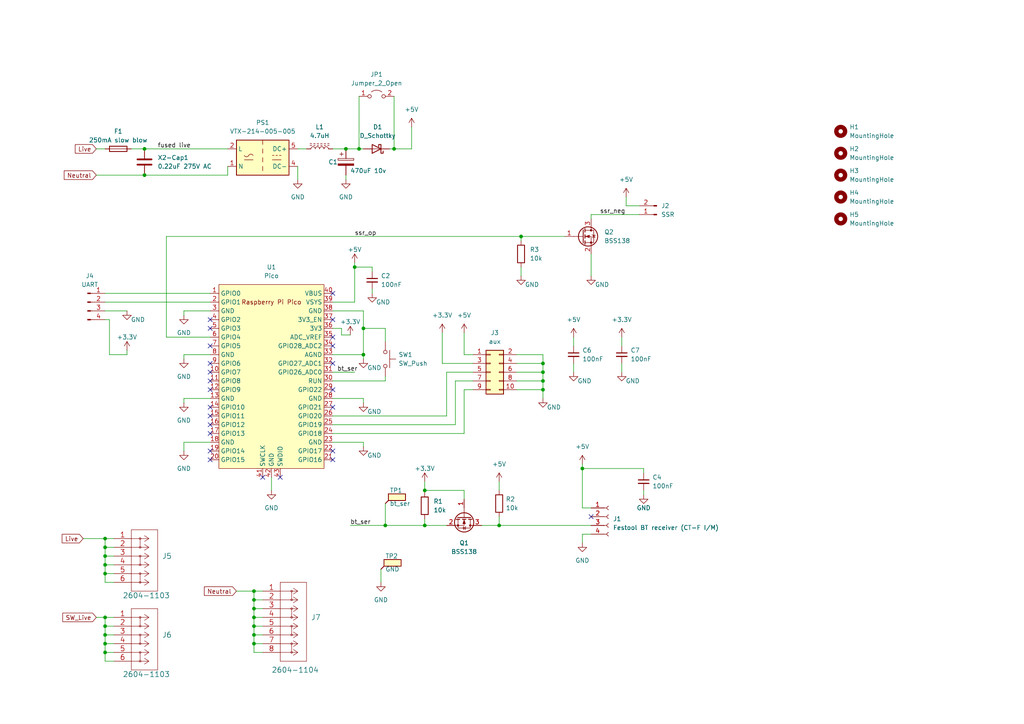
<source format=kicad_sch>
(kicad_sch (version 20230121) (generator eeschema)
  (paper "A4")
  (title_block (title "Bluetooth Vacuum Control"))
  (lib_symbols
    (symbol "2604-1103_1" (pin_names (offset 0.254) hide)
      (property "Reference" "J" (at -1.27 11.43 0))
      (property "Value" "2604-1103_1" (at 0 0 0))
      (symbol "2604-1103_1_1_1"
        (pin passive line (at -10.16 5.08 0) (length 5.08) (name "1") (number "1"))
        (pin passive line (at -10.16 2.54 0) (length 5.08) (name "2") (number "2"))
        (pin passive line (at -10.16 0 0) (length 5.08) (name "3") (number "3"))
        (pin passive line (at -10.16 -2.54 0) (length 5.08) (name "4") (number "4"))
        (pin passive line (at -10.16 -5.08 0) (length 5.08) (name "5") (number "5"))
        (pin passive line (at -10.16 -7.62 0) (length 5.08) (name "6") (number "6"))
      )
    )
    (symbol "2604-1104_1" (pin_names (offset 0.254) hide)
      (property "Reference" "J" (at -1.27 16.51 0))
      (property "Value" "2604-1104_1" (at 0 0 0))
      (symbol "2604-1104_1_1_1"
        (pin passive line (at -10.16 10.16 0) (length 5.08) (name "1") (number "1"))
        (pin passive line (at -10.16 7.62 0) (length 5.08) (name "2") (number "2"))
        (pin passive line (at -10.16 5.08 0) (length 5.08) (name "3") (number "3"))
        (pin passive line (at -10.16 2.54 0) (length 5.08) (name "4") (number "4"))
        (pin passive line (at -10.16 0 0) (length 5.08) (name "5") (number "5"))
        (pin passive line (at -10.16 -2.54 0) (length 5.08) (name "6") (number "6"))
        (pin passive line (at -10.16 -5.08 0) (length 5.08) (name "7") (number "7"))
        (pin passive line (at -10.16 -7.62 0) (length 5.08) (name "8") (number "8"))
      )
    )
    (symbol "Connector:Conn_01x02_Male" (pin_names (offset 1.016) hide)
      (property "Reference" "J" (at 0 2.54 0))
      (property "Value" "Conn_01x02_Male" (at 0 -5.08 0))
      (symbol "Conn_01x02_Male_1_1"
        (pin passive line (at 5.08 0 180) (length 3.81) (name "Pin_1") (number "1"))
        (pin passive line (at 5.08 -2.54 180) (length 3.81) (name "Pin_2") (number "2"))
      )
    )
    (symbol "Connector:Conn_01x04_Female" (pin_names (offset 1.016) hide)
      (property "Reference" "J" (at 0 5.08 0))
      (property "Value" "Conn_01x04_Female" (at 0 -7.62 0))
      (symbol "Conn_01x04_Female_1_1"
        (pin passive line (at -5.08 2.54 0) (length 3.81) (name "Pin_1") (number "1"))
        (pin passive line (at -5.08 0 0) (length 3.81) (name "Pin_2") (number "2"))
        (pin passive line (at -5.08 -2.54 0) (length 3.81) (name "Pin_3") (number "3"))
        (pin passive line (at -5.08 -5.08 0) (length 3.81) (name "Pin_4") (number "4"))
      )
    )
    (symbol "Connector:Conn_01x04_Male" (pin_names (offset 1.016) hide)
      (property "Reference" "J" (at 0 5.08 0))
      (property "Value" "Conn_01x04_Male" (at 0 -7.62 0))
      (symbol "Conn_01x04_Male_1_1"
        (pin passive line (at 5.08 2.54 180) (length 3.81) (name "Pin_1") (number "1"))
        (pin passive line (at 5.08 0 180) (length 3.81) (name "Pin_2") (number "2"))
        (pin passive line (at 5.08 -2.54 180) (length 3.81) (name "Pin_3") (number "3"))
        (pin passive line (at 5.08 -5.08 180) (length 3.81) (name "Pin_4") (number "4"))
      )
    )
    (symbol "Connector:TestPoint_Flag" (pin_numbers hide) (pin_names (offset 0.762) hide)
      (property "Reference" "TP" (at 3.429 1.778 0))
      (property "Value" "TestPoint_Flag" (at 3.302 4.191 0))
      (symbol "TestPoint_Flag_1_1"
        (pin passive line (at 0 0 90) (length 0) (name "1") (number "1"))
      )
    )
    (symbol "Connector_Generic:Conn_02x05_Odd_Even" (pin_names (offset 1.016) hide)
      (property "Reference" "J" (at 1.27 7.62 0))
      (property "Value" "Conn_02x05_Odd_Even" (at 1.27 -7.62 0))
      (symbol "Conn_02x05_Odd_Even_1_1"
        (pin passive line (at -5.08 5.08 0) (length 3.81) (name "Pin_1") (number "1"))
        (pin passive line (at 7.62 -5.08 180) (length 3.81) (name "Pin_10") (number "10"))
        (pin passive line (at 7.62 5.08 180) (length 3.81) (name "Pin_2") (number "2"))
        (pin passive line (at -5.08 2.54 0) (length 3.81) (name "Pin_3") (number "3"))
        (pin passive line (at 7.62 2.54 180) (length 3.81) (name "Pin_4") (number "4"))
        (pin passive line (at -5.08 0 0) (length 3.81) (name "Pin_5") (number "5"))
        (pin passive line (at 7.62 0 180) (length 3.81) (name "Pin_6") (number "6"))
        (pin passive line (at -5.08 -2.54 0) (length 3.81) (name "Pin_7") (number "7"))
        (pin passive line (at 7.62 -2.54 180) (length 3.81) (name "Pin_8") (number "8"))
        (pin passive line (at -5.08 -5.08 0) (length 3.81) (name "Pin_9") (number "9"))
      )
    )
    (symbol "Device:C" (pin_numbers hide) (pin_names (offset 0.254))
      (property "Reference" "C" (at 0.635 2.54 0))
      (property "Value" "C" (at 0.635 -2.54 0))
      (symbol "C_1_1"
        (pin passive line (at 0 3.81 270) (length 2.794) (name "~") (number "1"))
        (pin passive line (at 0 -3.81 90) (length 2.794) (name "~") (number "2"))
      )
    )
    (symbol "Device:C_Polarized" (pin_numbers hide) (pin_names (offset 0.254))
      (property "Reference" "C" (at 0.635 2.54 0))
      (property "Value" "C_Polarized" (at 0.635 -2.54 0))
      (symbol "C_Polarized_1_1"
        (pin passive line (at 0 3.81 270) (length 2.794) (name "~") (number "1"))
        (pin passive line (at 0 -3.81 90) (length 2.794) (name "~") (number "2"))
      )
    )
    (symbol "Device:C_Small" (pin_numbers hide) (pin_names (offset 0.254) hide)
      (property "Reference" "C" (at 0.254 1.778 0))
      (property "Value" "C_Small" (at 0.254 -2.032 0))
      (symbol "C_Small_1_1"
        (pin passive line (at 0 2.54 270) (length 2.032) (name "~") (number "1"))
        (pin passive line (at 0 -2.54 90) (length 2.032) (name "~") (number "2"))
      )
    )
    (symbol "Device:D_Schottky" (pin_numbers hide) (pin_names (offset 1.016) hide)
      (property "Reference" "D" (at 0 2.54 0))
      (property "Value" "D_Schottky" (at 0 -2.54 0))
      (symbol "D_Schottky_1_1"
        (pin passive line (at -3.81 0 0) (length 2.54) (name "K") (number "1"))
        (pin passive line (at 3.81 0 180) (length 2.54) (name "A") (number "2"))
      )
    )
    (symbol "Device:Fuse" (pin_numbers hide) (pin_names (offset 0))
      (property "Reference" "F" (at 2.032 0 90))
      (property "Value" "Fuse" (at -1.905 0 90))
      (symbol "Fuse_1_1"
        (pin passive line (at 0 3.81 270) (length 1.27) (name "~") (number "1"))
        (pin passive line (at 0 -3.81 90) (length 1.27) (name "~") (number "2"))
      )
    )
    (symbol "Device:L_Ferrite" (pin_numbers hide) (pin_names (offset 1.016) hide)
      (property "Reference" "L" (at -1.27 0 90))
      (property "Value" "L_Ferrite" (at 2.794 0 90))
      (symbol "L_Ferrite_1_1"
        (pin passive line (at 0 3.81 270) (length 1.27) (name "1") (number "1"))
        (pin passive line (at 0 -3.81 90) (length 1.27) (name "2") (number "2"))
      )
    )
    (symbol "Device:R" (pin_numbers hide) (pin_names (offset 0))
      (property "Reference" "R" (at 2.032 0 90))
      (property "Value" "R" (at 0 0 90))
      (symbol "R_1_1"
        (pin passive line (at 0 3.81 270) (length 1.27) (name "~") (number "1"))
        (pin passive line (at 0 -3.81 90) (length 1.27) (name "~") (number "2"))
      )
    )
    (symbol "Jumper:Jumper_2_Open" (pin_names (offset 0) hide)
      (property "Reference" "JP" (at 0 2.794 0))
      (property "Value" "Jumper_2_Open" (at 0 -2.286 0))
      (symbol "Jumper_2_Open_1_1"
        (pin passive line (at -5.08 0 0) (length 2.54) (name "A") (number "1"))
        (pin passive line (at 5.08 0 180) (length 2.54) (name "B") (number "2"))
      )
    )
    (symbol "MCU_RaspberryPi_and_Boards:Pico"
      (property "Reference" "U" (at -13.97 27.94 0))
      (property "Value" "Pico" (at 0 19.05 0))
      (symbol "Pico_0_0"
        (text "Raspberry Pi Pico" (at 0 21.59 0) (effects (font (size 1.27 1.27))))
      )
      (symbol "Pico_1_1"
        (pin bidirectional line (at -17.78 24.13 0) (length 2.54) (name "GPIO0") (number "1"))
        (pin bidirectional line (at -17.78 1.27 0) (length 2.54) (name "GPIO7") (number "10"))
        (pin bidirectional line (at -17.78 -1.27 0) (length 2.54) (name "GPIO8") (number "11"))
        (pin bidirectional line (at -17.78 -3.81 0) (length 2.54) (name "GPIO9") (number "12"))
        (pin power_in line (at -17.78 -6.35 0) (length 2.54) (name "GND") (number "13"))
        (pin bidirectional line (at -17.78 -8.89 0) (length 2.54) (name "GPIO10") (number "14"))
        (pin bidirectional line (at -17.78 -11.43 0) (length 2.54) (name "GPIO11") (number "15"))
        (pin bidirectional line (at -17.78 -13.97 0) (length 2.54) (name "GPIO12") (number "16"))
        (pin bidirectional line (at -17.78 -16.51 0) (length 2.54) (name "GPIO13") (number "17"))
        (pin power_in line (at -17.78 -19.05 0) (length 2.54) (name "GND") (number "18"))
        (pin bidirectional line (at -17.78 -21.59 0) (length 2.54) (name "GPIO14") (number "19"))
        (pin bidirectional line (at -17.78 21.59 0) (length 2.54) (name "GPIO1") (number "2"))
        (pin bidirectional line (at -17.78 -24.13 0) (length 2.54) (name "GPIO15") (number "20"))
        (pin bidirectional line (at 17.78 -24.13 180) (length 2.54) (name "GPIO16") (number "21"))
        (pin bidirectional line (at 17.78 -21.59 180) (length 2.54) (name "GPIO17") (number "22"))
        (pin power_in line (at 17.78 -19.05 180) (length 2.54) (name "GND") (number "23"))
        (pin bidirectional line (at 17.78 -16.51 180) (length 2.54) (name "GPIO18") (number "24"))
        (pin bidirectional line (at 17.78 -13.97 180) (length 2.54) (name "GPIO19") (number "25"))
        (pin bidirectional line (at 17.78 -11.43 180) (length 2.54) (name "GPIO20") (number "26"))
        (pin bidirectional line (at 17.78 -8.89 180) (length 2.54) (name "GPIO21") (number "27"))
        (pin power_in line (at 17.78 -6.35 180) (length 2.54) (name "GND") (number "28"))
        (pin bidirectional line (at 17.78 -3.81 180) (length 2.54) (name "GPIO22") (number "29"))
        (pin power_in line (at -17.78 19.05 0) (length 2.54) (name "GND") (number "3"))
        (pin input line (at 17.78 -1.27 180) (length 2.54) (name "RUN") (number "30"))
        (pin bidirectional line (at 17.78 1.27 180) (length 2.54) (name "GPIO26_ADC0") (number "31"))
        (pin bidirectional line (at 17.78 3.81 180) (length 2.54) (name "GPIO27_ADC1") (number "32"))
        (pin power_in line (at 17.78 6.35 180) (length 2.54) (name "AGND") (number "33"))
        (pin bidirectional line (at 17.78 8.89 180) (length 2.54) (name "GPIO28_ADC2") (number "34"))
        (pin power_in line (at 17.78 11.43 180) (length 2.54) (name "ADC_VREF") (number "35"))
        (pin power_in line (at 17.78 13.97 180) (length 2.54) (name "3V3") (number "36"))
        (pin input line (at 17.78 16.51 180) (length 2.54) (name "3V3_EN") (number "37"))
        (pin bidirectional line (at 17.78 19.05 180) (length 2.54) (name "GND") (number "38"))
        (pin power_in line (at 17.78 21.59 180) (length 2.54) (name "VSYS") (number "39"))
        (pin bidirectional line (at -17.78 16.51 0) (length 2.54) (name "GPIO2") (number "4"))
        (pin power_in line (at 17.78 24.13 180) (length 2.54) (name "VBUS") (number "40"))
        (pin input line (at -2.54 -29.21 90) (length 2.54) (name "SWCLK") (number "41"))
        (pin power_in line (at 0 -29.21 90) (length 2.54) (name "GND") (number "42"))
        (pin bidirectional line (at 2.54 -29.21 90) (length 2.54) (name "SWDIO") (number "43"))
        (pin bidirectional line (at -17.78 13.97 0) (length 2.54) (name "GPIO3") (number "5"))
        (pin bidirectional line (at -17.78 11.43 0) (length 2.54) (name "GPIO4") (number "6"))
        (pin bidirectional line (at -17.78 8.89 0) (length 2.54) (name "GPIO5") (number "7"))
        (pin power_in line (at -17.78 6.35 0) (length 2.54) (name "GND") (number "8"))
        (pin bidirectional line (at -17.78 3.81 0) (length 2.54) (name "GPIO6") (number "9"))
      )
    )
    (symbol "Mechanical:MountingHole" (pin_names (offset 1.016))
      (property "Reference" "H" (at 0 5.08 0))
      (property "Value" "MountingHole" (at 0 3.175 0))
    )
    (symbol "Switch:SW_Push" (pin_numbers hide) (pin_names (offset 1.016) hide)
      (property "Reference" "SW" (at 1.27 2.54 0))
      (property "Value" "SW_Push" (at 0 -1.524 0))
      (symbol "SW_Push_0_1"
        (pin passive line (at -5.08 0 0) (length 2.54) (name "1") (number "1"))
        (pin passive line (at 5.08 0 180) (length 2.54) (name "2") (number "2"))
      )
    )
    (symbol "Transistor_FET:BSS138" (pin_names hide)
      (property "Reference" "Q" (at 5.08 1.905 0))
      (property "Value" "BSS138" (at 5.08 0 0))
      (symbol "BSS138_1_1"
        (pin input line (at -5.08 0 0) (length 2.54) (name "G") (number "1"))
        (pin passive line (at 2.54 -5.08 90) (length 2.54) (name "S") (number "2"))
        (pin passive line (at 2.54 5.08 270) (length 2.54) (name "D") (number "3"))
      )
    )
    (symbol "VTX-214-005-005:VTX-214-005-005"
      (property "Reference" "PS" (at 0 8.89 0))
      (property "Value" "VTX-214-005-005" (at 0 6.35 0))
      (symbol "VTX-214-005-005_1_1"
        (pin power_in line (at -10.16 -2.54 0) (length 2.54) (name "N") (number "1"))
        (pin power_in line (at -10.16 2.54 0) (length 2.54) (name "L") (number "2"))
        (pin no_connect line (at 10.16 -5.08 180) (length 2.54) hide (name "") (number "3"))
        (pin power_out line (at 10.16 -2.54 180) (length 2.54) (name "DC-") (number "4"))
        (pin power_out line (at 10.16 2.54 180) (length 2.54) (name "DC+") (number "5"))
      )
    )
    (symbol "power:+3.3V" (power) (pin_names (offset 0))
      (property "Value" "+3.3V" (at 0 3.556 0))
      (symbol "+3.3V_1_1"
        (pin power_in line (at 0 0 90) (length 0) hide (name "+3.3V") (number "1"))
      )
    )
    (symbol "power:+5V" (power) (pin_names (offset 0))
      (property "Value" "+5V" (at 0 3.556 0))
      (symbol "+5V_1_1"
        (pin power_in line (at 0 0 90) (length 0) hide (name "+5V") (number "1"))
      )
    )
    (symbol "power:GND" (power) (pin_names (offset 0))
      (property "Value" "GND" (at 0 -3.81 0))
      (symbol "GND_1_1"
        (pin power_in line (at 0 0 270) (length 0) hide (name "GND") (number "1"))
      )
    )
    (symbol "wago-2604-11xx:2604-1103" (pin_names (offset 0.254) hide)
      (property "Reference" "J" (at -1.27 11.43 0))
      (property "Value" "2604-1103" (at 0 0 0))
      (symbol "2604-1103_1_1"
        (pin passive line (at -10.16 5.08 0) (length 5.08) (name "1") (number "1"))
        (pin passive line (at -10.16 2.54 0) (length 5.08) (name "2") (number "2"))
        (pin passive line (at -10.16 0 0) (length 5.08) (name "3") (number "3"))
        (pin passive line (at -10.16 -2.54 0) (length 5.08) (name "4") (number "4"))
        (pin passive line (at -10.16 -5.08 0) (length 5.08) (name "5") (number "5"))
        (pin passive line (at -10.16 -7.62 0) (length 5.08) (name "6") (number "6"))
      )
    )
  )
  (junction (at 73.66 181.61))
  (junction (at 104.14 43.18))
  (junction (at 73.66 173.99))
  (junction (at 102.87 77.47))
  (junction (at 73.66 176.53))
  (junction (at 41.91 50.8))
  (junction (at 30.48 163.83))
  (junction (at 30.48 166.37))
  (junction (at 105.41 95.25))
  (junction (at 151.13 68.58))
  (junction (at 105.41 102.87))
  (junction (at 30.48 186.69))
  (junction (at 144.78 152.4))
  (junction (at 73.66 171.45))
  (junction (at 123.19 142.24))
  (junction (at 157.48 113.03))
  (junction (at 30.48 161.29))
  (junction (at 168.91 135.89))
  (junction (at 157.48 107.95))
  (junction (at 30.48 158.75))
  (junction (at 111.76 152.4))
  (junction (at 30.48 184.15))
  (junction (at 73.66 184.15))
  (junction (at 41.91 43.18))
  (junction (at 114.3 43.18))
  (junction (at 30.48 179.07))
  (junction (at 73.66 179.07))
  (junction (at 30.48 189.23))
  (junction (at 30.48 156.21))
  (junction (at 123.19 152.4))
  (junction (at 30.48 181.61))
  (junction (at 73.66 186.69))
  (junction (at 157.48 110.49))
  (junction (at 100.33 43.18))
  (junction (at 157.48 105.41))
  (no_connect (at 60.96 95.25))
  (no_connect (at 76.2 138.43))
  (no_connect (at 60.96 105.41))
  (no_connect (at 96.52 105.41))
  (no_connect (at 96.52 100.33))
  (no_connect (at 96.52 85.09))
  (no_connect (at 81.28 138.43))
  (no_connect (at 60.96 92.71))
  (no_connect (at 60.96 100.33))
  (no_connect (at 60.96 133.35))
  (no_connect (at 60.96 130.81))
  (no_connect (at 60.96 110.49))
  (no_connect (at 60.96 125.73))
  (no_connect (at 96.52 92.71))
  (no_connect (at 60.96 113.03))
  (no_connect (at 60.96 118.11))
  (no_connect (at 96.52 133.35))
  (no_connect (at 60.96 123.19))
  (no_connect (at 60.96 120.65))
  (no_connect (at 171.45 149.86))
  (no_connect (at 96.52 113.03))
  (no_connect (at 96.52 118.11))
  (no_connect (at 96.52 130.81))
  (no_connect (at 96.52 97.79))
  (no_connect (at 60.96 107.95))
  (wire (pts (xy 139.7 152.4) (xy 144.78 152.4)))
  (wire (pts (xy 134.62 102.87) (xy 137.16 102.87)))
  (wire (pts (xy 186.69 142.24) (xy 186.69 143.51)))
  (wire (pts (xy 102.87 77.47) (xy 107.95 77.47)))
  (wire (pts (xy 27.94 179.07) (xy 30.48 179.07)))
  (wire (pts (xy 73.66 171.45) (xy 73.66 173.99)))
  (wire (pts (xy 100.33 52.07) (xy 100.33 50.8)))
  (wire (pts (xy 60.96 102.87) (xy 53.34 102.87)))
  (wire (pts (xy 73.66 181.61) (xy 73.66 184.15)))
  (wire (pts (xy 105.41 129.54) (xy 105.41 128.27)))
  (wire (pts (xy 30.48 189.23) (xy 30.48 191.77)))
  (wire (pts (xy 107.95 77.47) (xy 107.95 78.74)))
  (wire (pts (xy 73.66 184.15) (xy 76.2 184.15)))
  (wire (pts (xy 30.48 85.09) (xy 60.96 85.09)))
  (wire (pts (xy 168.91 147.32) (xy 168.91 135.89)))
  (wire (pts (xy 168.91 157.48) (xy 168.91 154.94)))
  (wire (pts (xy 30.48 158.75) (xy 30.48 161.29)))
  (wire (pts (xy 119.38 43.18) (xy 119.38 36.83)))
  (wire (pts (xy 30.48 90.17) (xy 36.83 90.17)))
  (wire (pts (xy 86.36 43.18) (xy 88.9 43.18)))
  (wire (pts (xy 100.33 43.18) (xy 104.14 43.18)))
  (wire (pts (xy 186.69 135.89) (xy 186.69 137.16)))
  (wire (pts (xy 48.26 68.58) (xy 48.26 97.79)))
  (wire (pts (xy 73.66 176.53) (xy 73.66 179.07)))
  (wire (pts (xy 48.26 68.58) (xy 151.13 68.58)))
  (wire (pts (xy 96.52 87.63) (xy 102.87 87.63)))
  (wire (pts (xy 33.02 156.21) (xy 30.48 156.21)))
  (wire (pts (xy 30.48 181.61) (xy 33.02 181.61)))
  (wire (pts (xy 73.66 181.61) (xy 76.2 181.61)))
  (wire (pts (xy 171.45 147.32) (xy 168.91 147.32)))
  (wire (pts (xy 107.95 83.82) (xy 107.95 85.09)))
  (wire (pts (xy 144.78 152.4) (xy 171.45 152.4)))
  (wire (pts (xy 157.48 102.87) (xy 157.48 105.41)))
  (wire (pts (xy 31.75 102.87) (xy 36.83 102.87)))
  (wire (pts (xy 144.78 139.7) (xy 144.78 142.24)))
  (wire (pts (xy 30.48 191.77) (xy 33.02 191.77)))
  (wire (pts (xy 53.34 116.84) (xy 53.34 115.57)))
  (wire (pts (xy 102.87 76.2) (xy 102.87 77.47)))
  (wire (pts (xy 168.91 135.89) (xy 186.69 135.89)))
  (wire (pts (xy 30.48 186.69) (xy 33.02 186.69)))
  (wire (pts (xy 123.19 142.24) (xy 134.62 142.24)))
  (wire (pts (xy 123.19 139.7) (xy 123.19 142.24)))
  (wire (pts (xy 111.76 146.05) (xy 111.76 152.4)))
  (wire (pts (xy 30.48 181.61) (xy 30.48 184.15)))
  (wire (pts (xy 171.45 73.66) (xy 171.45 80.01)))
  (wire (pts (xy 157.48 107.95) (xy 157.48 110.49)))
  (wire (pts (xy 30.48 158.75) (xy 33.02 158.75)))
  (wire (pts (xy 96.52 90.17) (xy 105.41 90.17)))
  (wire (pts (xy 111.76 99.06) (xy 111.76 95.25)))
  (wire (pts (xy 149.86 107.95) (xy 157.48 107.95)))
  (wire (pts (xy 30.48 161.29) (xy 30.48 163.83)))
  (wire (pts (xy 27.94 50.8) (xy 41.91 50.8)))
  (wire (pts (xy 73.66 176.53) (xy 76.2 176.53)))
  (wire (pts (xy 33.02 168.91) (xy 30.48 168.91)))
  (wire (pts (xy 60.96 90.17) (xy 53.34 90.17)))
  (wire (pts (xy 66.04 48.26) (xy 66.04 50.8)))
  (wire (pts (xy 132.08 110.49) (xy 137.16 110.49)))
  (wire (pts (xy 181.61 59.69) (xy 181.61 57.15)))
  (wire (pts (xy 31.75 92.71) (xy 31.75 102.87)))
  (wire (pts (xy 102.87 77.47) (xy 102.87 87.63)))
  (wire (pts (xy 96.52 128.27) (xy 105.41 128.27)))
  (wire (pts (xy 180.34 105.41) (xy 180.34 107.95)))
  (wire (pts (xy 68.58 171.45) (xy 73.66 171.45)))
  (wire (pts (xy 96.52 102.87) (xy 105.41 102.87)))
  (wire (pts (xy 33.02 179.07) (xy 30.48 179.07)))
  (wire (pts (xy 123.19 152.4) (xy 123.19 150.495)))
  (wire (pts (xy 30.48 92.71) (xy 31.75 92.71)))
  (wire (pts (xy 114.3 27.94) (xy 114.3 43.18)))
  (wire (pts (xy 73.66 189.23) (xy 76.2 189.23)))
  (wire (pts (xy 151.13 68.58) (xy 163.83 68.58)))
  (wire (pts (xy 105.41 95.25) (xy 111.76 95.25)))
  (wire (pts (xy 134.62 96.52) (xy 134.62 102.87)))
  (wire (pts (xy 30.48 186.69) (xy 30.48 189.23)))
  (wire (pts (xy 30.48 184.15) (xy 33.02 184.15)))
  (wire (pts (xy 132.08 123.19) (xy 132.08 110.49)))
  (wire (pts (xy 111.76 110.49) (xy 111.76 109.22)))
  (wire (pts (xy 96.52 123.19) (xy 132.08 123.19)))
  (wire (pts (xy 157.48 110.49) (xy 157.48 113.03)))
  (wire (pts (xy 105.41 95.25) (xy 105.41 102.87)))
  (wire (pts (xy 78.74 138.43) (xy 78.74 142.24)))
  (wire (pts (xy 168.91 154.94) (xy 171.45 154.94)))
  (wire (pts (xy 41.91 50.8) (xy 66.04 50.8)))
  (wire (pts (xy 30.48 189.23) (xy 33.02 189.23)))
  (wire (pts (xy 110.49 165.1) (xy 110.49 168.91)))
  (wire (pts (xy 24.13 156.21) (xy 30.48 156.21)))
  (wire (pts (xy 129.54 107.95) (xy 137.16 107.95)))
  (wire (pts (xy 134.62 113.03) (xy 137.16 113.03)))
  (wire (pts (xy 96.52 107.95) (xy 102.87 107.95)))
  (wire (pts (xy 151.13 77.47) (xy 151.13 80.01)))
  (wire (pts (xy 134.62 113.03) (xy 134.62 125.73)))
  (wire (pts (xy 73.66 173.99) (xy 76.2 173.99)))
  (wire (pts (xy 41.91 43.18) (xy 66.04 43.18)))
  (wire (pts (xy 151.13 68.58) (xy 151.13 69.85)))
  (wire (pts (xy 96.52 110.49) (xy 111.76 110.49)))
  (wire (pts (xy 53.34 130.81) (xy 53.34 128.27)))
  (wire (pts (xy 114.3 43.18) (xy 119.38 43.18)))
  (wire (pts (xy 73.66 179.07) (xy 73.66 181.61)))
  (wire (pts (xy 30.48 156.21) (xy 30.48 158.75)))
  (wire (pts (xy 180.34 97.79) (xy 180.34 100.33)))
  (wire (pts (xy 134.62 125.73) (xy 96.52 125.73)))
  (wire (pts (xy 73.66 173.99) (xy 73.66 176.53)))
  (wire (pts (xy 157.48 105.41) (xy 157.48 107.95)))
  (wire (pts (xy 30.48 161.29) (xy 33.02 161.29)))
  (wire (pts (xy 99.06 97.155) (xy 99.06 95.25)))
  (wire (pts (xy 128.27 96.52) (xy 128.27 105.41)))
  (wire (pts (xy 36.83 102.87) (xy 36.83 101.6)))
  (wire (pts (xy 149.86 102.87) (xy 157.48 102.87)))
  (wire (pts (xy 73.66 179.07) (xy 76.2 179.07)))
  (wire (pts (xy 185.42 59.69) (xy 181.61 59.69)))
  (wire (pts (xy 171.45 62.23) (xy 171.45 63.5)))
  (wire (pts (xy 149.86 110.49) (xy 157.48 110.49)))
  (wire (pts (xy 38.1 43.18) (xy 41.91 43.18)))
  (wire (pts (xy 185.42 62.23) (xy 171.45 62.23)))
  (wire (pts (xy 168.91 135.89) (xy 168.91 134.62)))
  (wire (pts (xy 60.96 115.57) (xy 53.34 115.57)))
  (wire (pts (xy 30.48 168.91) (xy 30.48 166.37)))
  (wire (pts (xy 134.62 144.78) (xy 134.62 142.24)))
  (wire (pts (xy 123.19 142.24) (xy 123.19 142.875)))
  (wire (pts (xy 149.86 105.41) (xy 157.48 105.41)))
  (wire (pts (xy 53.34 128.27) (xy 60.96 128.27)))
  (wire (pts (xy 105.41 116.84) (xy 105.41 115.57)))
  (wire (pts (xy 166.37 105.41) (xy 166.37 107.95)))
  (wire (pts (xy 104.14 27.94) (xy 104.14 43.18)))
  (wire (pts (xy 30.48 87.63) (xy 60.96 87.63)))
  (wire (pts (xy 48.26 97.79) (xy 60.96 97.79)))
  (wire (pts (xy 73.66 184.15) (xy 73.66 186.69)))
  (wire (pts (xy 76.2 171.45) (xy 73.66 171.45)))
  (wire (pts (xy 129.54 107.95) (xy 129.54 120.65)))
  (wire (pts (xy 157.48 113.03) (xy 149.86 113.03)))
  (wire (pts (xy 30.48 166.37) (xy 33.02 166.37)))
  (wire (pts (xy 166.37 97.79) (xy 166.37 100.33)))
  (wire (pts (xy 86.36 52.07) (xy 86.36 48.26)))
  (wire (pts (xy 111.76 152.4) (xy 123.19 152.4)))
  (wire (pts (xy 53.34 90.17) (xy 53.34 91.44)))
  (wire (pts (xy 73.66 186.69) (xy 73.66 189.23)))
  (wire (pts (xy 105.41 104.14) (xy 105.41 102.87)))
  (wire (pts (xy 73.66 186.69) (xy 76.2 186.69)))
  (wire (pts (xy 30.48 179.07) (xy 30.48 181.61)))
  (wire (pts (xy 96.52 43.18) (xy 100.33 43.18)))
  (wire (pts (xy 30.48 184.15) (xy 30.48 186.69)))
  (wire (pts (xy 104.14 43.18) (xy 105.41 43.18)))
  (wire (pts (xy 113.03 43.18) (xy 114.3 43.18)))
  (wire (pts (xy 129.54 120.65) (xy 96.52 120.65)))
  (wire (pts (xy 99.06 95.25) (xy 96.52 95.25)))
  (wire (pts (xy 30.48 163.83) (xy 33.02 163.83)))
  (wire (pts (xy 129.54 152.4) (xy 123.19 152.4)))
  (wire (pts (xy 128.27 105.41) (xy 137.16 105.41)))
  (wire (pts (xy 27.94 43.18) (xy 30.48 43.18)))
  (wire (pts (xy 96.52 115.57) (xy 105.41 115.57)))
  (wire (pts (xy 101.6 152.4) (xy 111.76 152.4)))
  (wire (pts (xy 30.48 166.37) (xy 30.48 163.83)))
  (wire (pts (xy 157.48 115.57) (xy 157.48 113.03)))
  (wire (pts (xy 144.78 149.86) (xy 144.78 152.4)))
  (wire (pts (xy 101.6 97.155) (xy 99.06 97.155)))
  (wire (pts (xy 105.41 90.17) (xy 105.41 95.25)))
  (wire (pts (xy 53.34 104.14) (xy 53.34 102.87)))
  (label "bt_ser" (at 97.79 107.95 0))
  (label "ssr_op" (at 102.87 68.58 0))
  (label "ssr_neg" (at 173.99 62.23 0))
  (label "bt_ser" (at 101.6 152.4 0))
  (label "fused live" (at 45.72 43.18 0))
  (global_label "Live" (shape input) (at 24.13 156.21 180) (property "Intersheetrefs" "${INTERSHEET_REFS}" (effects hide)))
  (global_label "Live" (shape input) (at 27.94 43.18 180) (property "Intersheetrefs" "${INTERSHEET_REFS}" (effects hide)))
  (global_label "Neutral" (shape input) (at 68.58 171.45 180) (property "Intersheetrefs" "${INTERSHEET_REFS}" (effects hide)))
  (global_label "SW_Live" (shape input) (at 27.94 179.07 180) (property "Intersheetrefs" "${INTERSHEET_REFS}" (effects hide)))
  (global_label "Neutral" (shape input) (at 27.94 50.8 180) (property "Intersheetrefs" "${INTERSHEET_REFS}" (effects hide)))
  (symbol (lib_id "Device:Fuse") (at 34.29 43.18 90) (unit 1)
    (property "Reference" "F1" (at 34.29 38.1 90))
    (property "Value" "250mA slow blow" (at 34.29 40.64 90))
    (property "Footprint" "Fuse:Fuseholder_Cylinder-5x20mm_Stelvio-Kontek_PTF78_Horizontal_Open" (effects hide))
  )
  (symbol (lib_id "power:GND") (at 53.34 104.14 0) (unit 1)
    (property "Reference" "#PWR0107" (effects hide))
    (property "Value" "GND" (at 53.34 109.22 0))
  )
  (symbol (lib_id "Connector:Conn_01x02_Male") (at 190.5 62.23 180) (unit 1)
    (property "Reference" "J2" (at 191.77 59.6899 0) (effects (justify right)))
    (property "Value" "SSR" (at 191.77 62.2299 0) (effects (justify right)))
    (property "Footprint" "Connector_Molex:Molex_KK-254_AE-6410-02A_1x02_P2.54mm_Vertical" (effects hide))
  )
  (symbol (lib_id "power:GND") (at 166.37 107.95 0) (unit 1)
    (property "Reference" "#PWR018" (effects hide))
    (property "Value" "GND" (at 169.545 110.49 0))
  )
  (symbol (lib_id "power:GND") (at 105.41 129.54 0) (unit 1)
    (property "Reference" "#PWR06" (effects hide))
    (property "Value" "GND" (at 108.585 132.08 0))
  )
  (symbol (lib_id "Mechanical:MountingHole") (at 243.84 63.5 0) (unit 1)
    (property "Reference" "H5" (at 246.38 62.2299 0) (effects (justify left)))
    (property "Value" "MountingHole" (at 246.38 64.7699 0) (effects (justify left)))
    (property "Footprint" "MountingHole:MountingHole_4.3mm_M4" (effects hide))
  )
  (symbol (lib_id "power:GND") (at 86.36 52.07 0) (unit 1)
    (property "Reference" "#PWR0101" (effects hide))
    (property "Value" "GND" (at 86.36 57.15 0))
  )
  (symbol (lib_id "Device:C_Polarized") (at 100.33 46.99 0) (unit 1)
    (property "Reference" "C1" (at 95.25 46.99 0) (effects (justify left)))
    (property "Value" "470uF 10v" (at 101.6 49.53 0) (effects (justify left)))
    (property "Footprint" "Capacitor_THT:CP_Radial_D8.0mm_P3.50mm" (effects hide))
  )
  (symbol (lib_id "Transistor_FET:BSS138") (at 168.91 68.58 0) (unit 1)
    (property "Reference" "Q2" (at 175.26 67.3099 0) (effects (justify left)))
    (property "Value" "BSS138" (at 175.26 69.8499 0) (effects (justify left)))
    (property "Footprint" "Package_TO_SOT_SMD:SOT-23_Handsoldering" (effects hide))
    (property "Datasheet" "https://www.onsemi.com/pub/Collateral/BSS138-D.PDF" (effects hide))
  )
  (symbol (lib_id "power:+5V") (at 119.38 36.83 0) (unit 1)
    (property "Reference" "#PWR07" (effects hide))
    (property "Value" "+5V" (at 119.38 31.75 0))
  )
  (symbol (lib_id "power:+5V") (at 102.87 76.2 0) (unit 1)
    (property "Reference" "#PWR05" (effects hide))
    (property "Value" "+5V" (at 102.87 72.39 0))
  )
  (symbol (lib_id "power:GND") (at 171.45 80.01 0) (unit 1)
    (property "Reference" "#PWR0102" (effects hide))
    (property "Value" "GND" (at 174.625 82.55 0))
  )
  (symbol (lib_id "Connector:Conn_01x04_Male") (at 25.4 87.63 0) (unit 1)
    (property "Reference" "J4" (at 26.035 80.01 0))
    (property "Value" "UART" (at 26.035 82.55 0))
    (property "Footprint" "Connector_PinSocket_2.54mm:PinSocket_1x04_P2.54mm_Vertical" (effects hide))
  )
  (symbol (lib_name "2604-1104_1") (lib_id "wago-2604-11xx:2604-1104") (at 86.36 181.61 0) (unit 1)
    (property "Reference" "J7" (at 90.17 179.07 0) (effects (font (size 1.524 1.524)) (justify left)))
    (property "Value" "2604-1104" (at 78.74 194.31 0) (effects (font (size 1.524 1.524)) (justify left)))
    (property "Footprint" "wago-2604-11xx:2604-1104" (effects hide))
  )
  (symbol (lib_id "wago-2604-11xx:2604-1103") (at 43.18 184.15 0) (unit 1)
    (property "Reference" "J6" (at 46.99 184.15 0) (effects (font (size 1.524 1.524)) (justify left)))
    (property "Value" "2604-1103" (at 35.56 195.58 0) (effects (font (size 1.524 1.524)) (justify left)))
    (property "Footprint" "wago-2604-11xx:2604-1103" (effects hide))
  )
  (symbol (lib_id "Jumper:Jumper_2_Open") (at 109.22 27.94 0) (unit 1)
    (property "Reference" "JP1" (at 109.22 21.59 0))
    (property "Value" "Jumper_2_Open" (at 109.22 24.13 0))
    (property "Footprint" "TestPoint:TestPoint_2Pads_Pitch2.54mm_Drill0.8mm" (effects hide))
  )
  (symbol (lib_id "Device:R") (at 123.19 146.685 180) (unit 1)
    (property "Reference" "R1" (at 125.73 145.4149 0) (effects (justify right)))
    (property "Value" "10k" (at 125.73 147.9549 0) (effects (justify right)))
    (property "Footprint" "Resistor_SMD:R_1206_3216Metric_Pad1.30x1.75mm_HandSolder" (effects hide))
  )
  (symbol (lib_id "VTX-214-005-005:VTX-214-005-005") (at 76.2 45.72 0) (unit 1)
    (property "Reference" "PS1" (at 76.2 35.56 0))
    (property "Value" "VTX-214-005-005" (at 76.2 38.1 0))
    (property "Footprint" "VTX-214-005-0xx:Converter_ACDC_Vigortronix_VTX-214-005-0xx_THT" (effects hide))
    (property "Datasheet" "https://www.vigortronix.com/wp-content/uploads/2022/01/VTX-214-005-0-Series-D0061.pdf" (effects hide))
  )
  (symbol (lib_id "Mechanical:MountingHole") (at 243.84 44.45 0) (unit 1)
    (property "Reference" "H2" (at 246.38 43.1799 0) (effects (justify left)))
    (property "Value" "MountingHole" (at 246.38 45.7199 0) (effects (justify left)))
    (property "Footprint" "MountingHole:MountingHole_4.3mm_M4" (effects hide))
  )
  (symbol (lib_id "power:GND") (at 53.34 130.81 0) (unit 1)
    (property "Reference" "#PWR01" (effects hide))
    (property "Value" "GND" (at 53.34 135.89 0))
  )
  (symbol (lib_id "Device:C_Small") (at 186.69 139.7 0) (unit 1)
    (property "Reference" "C4" (at 189.23 138.4362 0) (effects (justify left)))
    (property "Value" "100nF" (at 189.23 140.9762 0) (effects (justify left)))
    (property "Footprint" "Capacitor_THT:C_Rect_L4.6mm_W3.0mm_P2.50mm_MKS02_FKP02" (effects hide))
  )
  (symbol (lib_id "power:GND") (at 36.83 90.17 0) (unit 1)
    (property "Reference" "#PWR0112" (effects hide))
    (property "Value" "GND" (at 40.005 92.71 0))
  )
  (symbol (lib_id "Connector:TestPoint_Flag") (at 111.76 146.05 0) (unit 1)
    (property "Reference" "TP1" (at 113.03 142.24 0) (effects (justify left)))
    (property "Value" "bt_ser" (at 113.03 146.05 0) (effects (justify left)))
    (property "Footprint" "Connector_Pin:Pin_D0.9mm_L10.0mm_W2.4mm_FlatFork" (effects hide))
  )
  (symbol (lib_id "Device:C_Small") (at 166.37 102.87 0) (unit 1)
    (property "Reference" "C6" (at 168.91 101.6062 0) (effects (justify left)))
    (property "Value" "100nF" (at 168.91 104.1462 0) (effects (justify left)))
    (property "Footprint" "Capacitor_THT:C_Rect_L4.6mm_W3.0mm_P2.50mm_MKS02_FKP02" (effects hide))
  )
  (symbol (lib_id "Device:C") (at 41.91 46.99 0) (unit 1)
    (property "Reference" "X2-Cap1" (at 45.72 45.7199 0) (effects (justify left)))
    (property "Value" "0.22uF 275V AC" (at 45.72 48.2599 0) (effects (justify left)))
    (property "Footprint" "Capacitor_THT:C_Rect_L18.0mm_W7.0mm_P15.00mm_FKS3_FKP3" (effects hide))
  )
  (symbol (lib_id "Device:L_Ferrite") (at 92.71 43.18 90) (unit 1)
    (property "Reference" "L1" (at 92.71 36.83 90))
    (property "Value" "4.7uH" (at 92.71 39.37 90))
    (property "Footprint" "Inductor_THT:L_Radial_D7.8mm_P5.00mm_Fastron_07HCP" (effects hide))
  )
  (symbol (lib_id "MCU_RaspberryPi_and_Boards:Pico") (at 78.74 109.22 0) (unit 1)
    (property "Reference" "U1" (at 78.74 77.47 0))
    (property "Value" "Pico" (at 78.74 80.01 0))
    (property "Footprint" "MCU_RaspberryPi_and_Boards:RPi_Pico_SMD_TH" (effects hide))
  )
  (symbol (lib_id "power:+5V") (at 181.61 57.15 0) (unit 1)
    (property "Reference" "#PWR014" (effects hide))
    (property "Value" "+5V" (at 181.61 52.07 0))
  )
  (symbol (lib_id "Connector:TestPoint_Flag") (at 110.49 165.1 0) (unit 1)
    (property "Reference" "TP2" (at 111.76 161.29 0) (effects (justify left)))
    (property "Value" "GND" (at 111.76 165.1 0) (effects (justify left)))
    (property "Footprint" "Connector_Pin:Pin_D0.9mm_L10.0mm_W2.4mm_FlatFork" (effects hide))
  )
  (symbol (lib_id "power:GND") (at 151.13 80.01 0) (unit 1)
    (property "Reference" "#PWR0111" (effects hide))
    (property "Value" "GND" (at 154.305 82.55 0))
  )
  (symbol (lib_id "power:GND") (at 53.34 91.44 0) (unit 1)
    (property "Reference" "#PWR0108" (effects hide))
    (property "Value" "GND" (at 53.34 96.52 0))
  )
  (symbol (lib_id "power:GND") (at 186.69 143.51 0) (unit 1)
    (property "Reference" "#PWR015" (effects hide))
    (property "Value" "GND" (at 186.69 147.32 0))
  )
  (symbol (lib_name "2604-1103_1") (lib_id "wago-2604-11xx:2604-1103") (at 43.18 161.29 0) (unit 1)
    (property "Reference" "J5" (at 46.99 161.29 0) (effects (font (size 1.524 1.524)) (justify left)))
    (property "Value" "2604-1103" (at 35.56 172.72 0) (effects (font (size 1.524 1.524)) (justify left)))
    (property "Footprint" "wago-2604-11xx:2604-1103" (effects hide))
  )
  (symbol (lib_id "power:GND") (at 78.74 142.24 0) (unit 1)
    (property "Reference" "#PWR02" (effects hide))
    (property "Value" "GND" (at 78.74 147.32 0))
  )
  (symbol (lib_id "Mechanical:MountingHole") (at 243.84 50.8 0) (unit 1)
    (property "Reference" "H3" (at 246.38 49.5299 0) (effects (justify left)))
    (property "Value" "MountingHole" (at 246.38 52.0699 0) (effects (justify left)))
    (property "Footprint" "MountingHole:MountingHole_4.3mm_M4" (effects hide))
  )
  (symbol (lib_id "power:+3.3V") (at 101.6 97.155 0) (unit 1)
    (property "Reference" "#PWR04" (effects hide))
    (property "Value" "+3.3V" (at 101.6 93.345 0))
  )
  (symbol (lib_id "power:GND") (at 110.49 168.91 0) (unit 1)
    (property "Reference" "#PWR0114" (effects hide))
    (property "Value" "GND" (at 110.49 173.99 0))
  )
  (symbol (lib_id "power:GND") (at 105.41 104.14 0) (unit 1)
    (property "Reference" "#PWR0104" (effects hide))
    (property "Value" "GND" (at 108.585 106.68 0))
  )
  (symbol (lib_id "power:+5V") (at 144.78 139.7 0) (unit 1)
    (property "Reference" "#PWR09" (effects hide))
    (property "Value" "+5V" (at 144.78 134.62 0))
  )
  (symbol (lib_id "Mechanical:MountingHole") (at 243.84 38.1 0) (unit 1)
    (property "Reference" "H1" (at 246.38 36.8299 0) (effects (justify left)))
    (property "Value" "MountingHole" (at 246.38 39.3699 0) (effects (justify left)))
    (property "Footprint" "MountingHole:MountingHole_4.3mm_M4" (effects hide))
  )
  (symbol (lib_id "power:+3.3V") (at 180.34 97.79 0) (unit 1)
    (property "Reference" "#PWR019" (effects hide))
    (property "Value" "+3.3V" (at 180.34 92.71 0))
  )
  (symbol (lib_id "Switch:SW_Push") (at 111.76 104.14 270) (unit 1)
    (property "Reference" "SW1" (at 115.57 102.8699 90) (effects (justify left)))
    (property "Value" "SW_Push" (at 115.57 105.4099 90) (effects (justify left)))
    (property "Footprint" "Button_Switch_THT:SW_PUSH_6mm_H4.3mm" (effects hide))
  )
  (symbol (lib_id "power:+5V") (at 168.91 134.62 0) (unit 1)
    (property "Reference" "#PWR012" (effects hide))
    (property "Value" "+5V" (at 168.91 129.54 0))
  )
  (symbol (lib_id "Device:C_Small") (at 180.34 102.87 0) (unit 1)
    (property "Reference" "C7" (at 182.88 101.6062 0) (effects (justify left)))
    (property "Value" "100nF" (at 182.88 104.1462 0) (effects (justify left)))
    (property "Footprint" "Capacitor_THT:C_Rect_L4.6mm_W3.0mm_P2.50mm_MKS02_FKP02" (effects hide))
  )
  (symbol (lib_id "power:GND") (at 107.95 85.09 0) (unit 1)
    (property "Reference" "#PWR010" (effects hide))
    (property "Value" "GND" (at 111.125 87.63 0))
  )
  (symbol (lib_id "power:+3.3V") (at 36.83 101.6 0) (unit 1)
    (property "Reference" "#PWR0113" (effects hide))
    (property "Value" "+3.3V" (at 36.83 97.79 0))
  )
  (symbol (lib_id "power:+3.3V") (at 128.27 96.52 0) (unit 1)
    (property "Reference" "#PWR0110" (effects hide))
    (property "Value" "+3.3V" (at 128.27 91.44 0))
  )
  (symbol (lib_id "Connector:Conn_01x04_Female") (at 176.53 149.86 0) (unit 1)
    (property "Reference" "J1" (at 177.8 150.495 0) (effects (justify left)))
    (property "Value" "Festool BT receiver (CT-F I/M)" (at 177.8 153.035 0) (effects (justify left)))
    (property "Footprint" "festool BT module:BT receiver" (effects hide))
  )
  (symbol (lib_id "Connector_Generic:Conn_02x05_Odd_Even") (at 142.24 107.95 0) (unit 1)
    (property "Reference" "J3" (at 143.51 96.52 0))
    (property "Value" "aux" (at 143.51 99.06 0))
    (property "Footprint" "Connector_IDC:IDC-Header_2x05_P2.54mm_Vertical" (effects hide))
  )
  (symbol (lib_id "Mechanical:MountingHole") (at 243.84 57.15 0) (unit 1)
    (property "Reference" "H4" (at 246.38 55.8799 0) (effects (justify left)))
    (property "Value" "MountingHole" (at 246.38 58.4199 0) (effects (justify left)))
    (property "Footprint" "MountingHole:MountingHole_4.3mm_M4" (effects hide))
  )
  (symbol (lib_id "power:GND") (at 100.33 52.07 0) (unit 1)
    (property "Reference" "#PWR03" (effects hide))
    (property "Value" "GND" (at 100.33 57.15 0))
  )
  (symbol (lib_id "power:GND") (at 157.48 115.57 0) (unit 1)
    (property "Reference" "#PWR0105" (effects hide))
    (property "Value" "GND" (at 160.655 118.11 0))
  )
  (symbol (lib_id "Device:R") (at 151.13 73.66 180) (unit 1)
    (property "Reference" "R3" (at 153.67 72.3899 0) (effects (justify right)))
    (property "Value" "10k" (at 153.67 74.9299 0) (effects (justify right)))
    (property "Footprint" "Resistor_SMD:R_1206_3216Metric_Pad1.30x1.75mm_HandSolder" (effects hide))
  )
  (symbol (lib_id "power:+5V") (at 166.37 97.79 0) (unit 1)
    (property "Reference" "#PWR017" (effects hide))
    (property "Value" "+5V" (at 166.37 92.71 0))
  )
  (symbol (lib_id "power:+3.3V") (at 123.19 139.7 0) (unit 1)
    (property "Reference" "#PWR08" (effects hide))
    (property "Value" "+3.3V" (at 123.19 135.89 0))
  )
  (symbol (lib_id "power:GND") (at 105.41 116.84 0) (unit 1)
    (property "Reference" "#PWR0103" (effects hide))
    (property "Value" "GND" (at 108.585 119.38 0))
  )
  (symbol (lib_id "power:+5V") (at 134.62 96.52 0) (unit 1)
    (property "Reference" "#PWR0109" (effects hide))
    (property "Value" "+5V" (at 134.62 91.44 0))
  )
  (symbol (lib_id "power:GND") (at 168.91 157.48 0) (unit 1)
    (property "Reference" "#PWR013" (effects hide))
    (property "Value" "GND" (at 168.91 162.56 0))
  )
  (symbol (lib_id "Device:C_Small") (at 107.95 81.28 0) (unit 1)
    (property "Reference" "C2" (at 110.49 80.0162 0) (effects (justify left)))
    (property "Value" "100nF" (at 110.49 82.5562 0) (effects (justify left)))
    (property "Footprint" "Capacitor_THT:C_Rect_L4.6mm_W3.0mm_P2.50mm_MKS02_FKP02" (effects hide))
  )
  (symbol (lib_id "Device:R") (at 144.78 146.05 180) (unit 1)
    (property "Reference" "R2" (at 146.685 144.7799 0) (effects (justify right)))
    (property "Value" "10k" (at 146.685 147.3199 0) (effects (justify right)))
    (property "Footprint" "Resistor_SMD:R_1206_3216Metric_Pad1.30x1.75mm_HandSolder" (effects hide))
  )
  (symbol (lib_id "power:GND") (at 53.34 116.84 0) (unit 1)
    (property "Reference" "#PWR0106" (effects hide))
    (property "Value" "GND" (at 53.34 121.92 0))
  )
  (symbol (lib_id "Device:D_Schottky") (at 109.22 43.18 180) (unit 1)
    (property "Reference" "D1" (at 109.5375 36.83 0))
    (property "Value" "D_Schottky" (at 109.5375 39.37 0))
    (property "Footprint" "Diode_SMD:D_SMC_Handsoldering" (effects hide))
  )
  (symbol (lib_id "power:GND") (at 180.34 107.95 0) (unit 1)
    (property "Reference" "#PWR020" (effects hide))
    (property "Value" "GND" (at 183.515 110.49 0))
  )
  (symbol (lib_id "Transistor_FET:BSS138") (at 134.62 149.86 270) (unit 1)
    (property "Reference" "Q1" (at 134.62 157.48 90))
    (property "Value" "BSS138" (at 134.62 160.02 90))
    (property "Footprint" "Package_TO_SOT_SMD:SOT-23_Handsoldering" (effects hide))
    (property "Datasheet" "https://www.onsemi.com/pub/Collateral/BSS138-D.PDF" (effects hide))
  )
)
</source>
